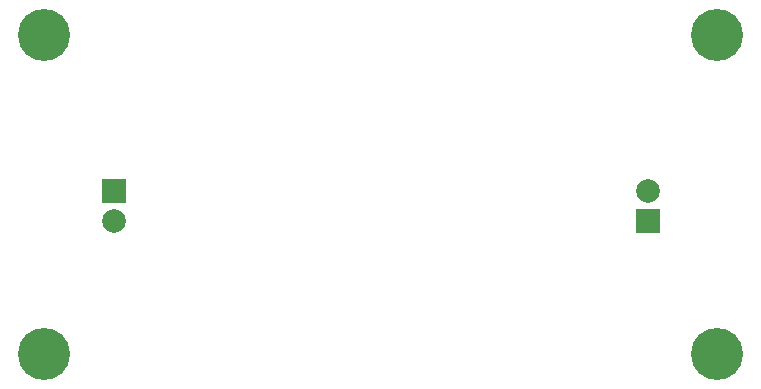
<source format=gbs>
G04*
G04 #@! TF.GenerationSoftware,Altium Limited,Altium Designer,18.1.11 (251)*
G04*
G04 Layer_Color=16711935*
%FSLAX25Y25*%
%MOIN*%
G70*
G01*
G75*
%ADD37C,0.07887*%
%ADD38R,0.07887X0.07887*%
%ADD39C,0.17335*%
D37*
X38976Y59961D02*
D03*
X216929Y69961D02*
D03*
D38*
X38976D02*
D03*
X216929Y59961D02*
D03*
D39*
X240158Y122047D02*
D03*
X15748D02*
D03*
Y15748D02*
D03*
X240158D02*
D03*
M02*

</source>
